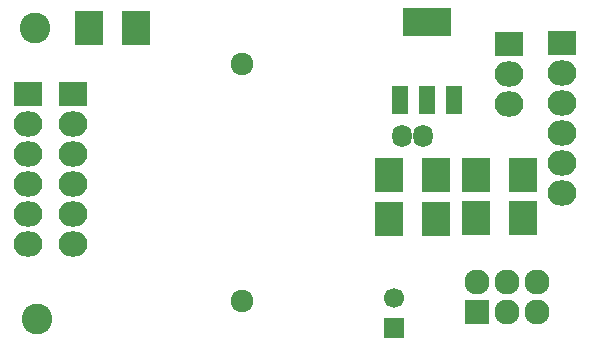
<source format=gbs>
G04 #@! TF.FileFunction,Soldermask,Bot*
%FSLAX46Y46*%
G04 Gerber Fmt 4.6, Leading zero omitted, Abs format (unit mm)*
G04 Created by KiCad (PCBNEW 4.0.2-stable) date 02.07.2016 15:57:05*
%MOMM*%
G01*
G04 APERTURE LIST*
%ADD10C,0.100000*%
%ADD11R,2.432000X2.127200*%
%ADD12O,2.432000X2.127200*%
%ADD13R,2.127200X2.127200*%
%ADD14O,2.127200X2.127200*%
%ADD15C,1.924000*%
%ADD16O,1.670000X1.924000*%
%ADD17R,4.057600X2.432000*%
%ADD18R,1.416000X2.432000*%
%ADD19R,2.400000X2.900000*%
%ADD20R,1.700000X1.700000*%
%ADD21C,1.700000*%
%ADD22C,2.600000*%
G04 APERTURE END LIST*
D10*
D11*
X145669000Y-85979000D03*
D12*
X145669000Y-88519000D03*
X145669000Y-91059000D03*
X145669000Y-93599000D03*
X145669000Y-96139000D03*
X145669000Y-98679000D03*
D13*
X183642000Y-104394000D03*
D14*
X183642000Y-101854000D03*
X186182000Y-104394000D03*
X186182000Y-101854000D03*
X188722000Y-104394000D03*
X188722000Y-101854000D03*
D11*
X149479000Y-85979000D03*
D12*
X149479000Y-88519000D03*
X149479000Y-91059000D03*
X149479000Y-93599000D03*
X149479000Y-96139000D03*
X149479000Y-98679000D03*
D15*
X163719500Y-103425000D03*
X163719500Y-83425000D03*
D16*
X179070000Y-89535000D03*
X177292000Y-89535000D03*
D11*
X190881000Y-81661000D03*
D12*
X190881000Y-84201000D03*
X190881000Y-86741000D03*
X190881000Y-89281000D03*
X190881000Y-91821000D03*
X190881000Y-94361000D03*
D11*
X186372500Y-81724500D03*
D12*
X186372500Y-84264500D03*
X186372500Y-86804500D03*
D17*
X179451000Y-79883000D03*
D18*
X179451000Y-86487000D03*
X177165000Y-86487000D03*
X181737000Y-86487000D03*
D19*
X187547000Y-92837000D03*
X183547000Y-92837000D03*
X180181000Y-92837000D03*
X176181000Y-92837000D03*
D20*
X176657000Y-105727500D03*
D21*
X176657000Y-103227500D03*
D19*
X154781000Y-80391000D03*
X150781000Y-80391000D03*
X176181000Y-96520000D03*
X180181000Y-96520000D03*
X187547000Y-96456500D03*
X183547000Y-96456500D03*
D22*
X146253200Y-80314800D03*
X146405600Y-104978200D03*
M02*

</source>
